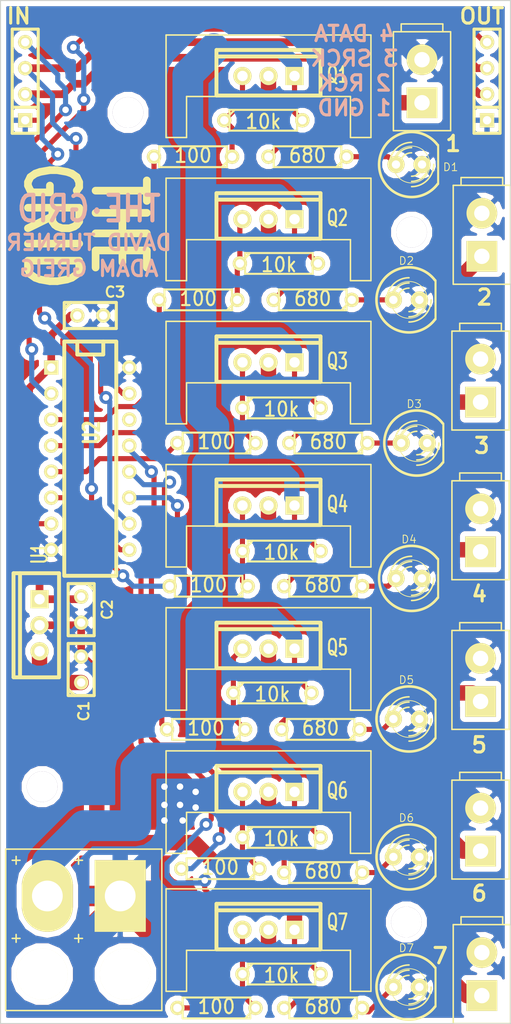
<source format=kicad_pcb>
(kicad_pcb (version 4) (host pcbnew "(2014-jan-25)-product")
  (layers (0 F.Cu signal) (31 B.Cu signal hide) (34 B.Paste user hide) (35 F.Paste user hide) (36 B.SilkS user hide) (37 F.SilkS user) (38 B.Mask user) (39 F.Mask user hide) (44 Edge.Cuts user))
  (net 0 "")
  (net 1 "Net-(D1-Pad1)")
  (net 2 GND)
  (net 3 "Net-(D2-Pad1)")
  (net 4 "Net-(D3-Pad1)")
  (net 5 "Net-(D4-Pad1)")
  (net 6 "Net-(D5-Pad1)")
  (net 7 "Net-(D6-Pad1)")
  (net 8 "Net-(D7-Pad1)")
  (net 9 "Net-(P4-Pad1)")
  (net 10 "Net-(P5-Pad1)")
  (net 11 "Net-(P7-Pad1)")
  (net 12 "Net-(P9-Pad1)")
  (net 13 "Net-(P10-Pad1)")
  (net 14 +12V)
  (net 15 "Net-(R2-Pad2)")
  (net 16 "Net-(R8-Pad2)")
  (net 17 "Net-(R14-Pad2)")
  (net 18 +5V)
  (net 19 "Net-(Q1-Pad2)")
  (net 20 "Net-(Q2-Pad2)")
  (net 21 "Net-(Q3-Pad2)")
  (net 22 "Net-(Q4-Pad2)")
  (net 23 "Net-(Q5-Pad2)")
  (net 24 "Net-(Q6-Pad2)")
  (net 25 "Net-(Q7-Pad2)")
  (net 26 "Net-(P2-Pad2)")
  (net 27 "Net-(P6-Pad1)")
  (net 28 "Net-(P8-Pad1)")
  (net 29 "Net-(R4-Pad2)")
  (net 30 "Net-(R6-Pad2)")
  (net 31 "Net-(R10-Pad2)")
  (net 32 "Net-(R12-Pad2)")
  (net 33 "Net-(P2-Pad3)")
  (net 34 "Net-(P2-Pad4)")
  (net 35 "Net-(P3-Pad4)")
  (module Sockets_DIP:DIP-16__300 (layer F.Cu) (at 130.175 63.5 270)
    (fp_text reference U2 (at -2.54 -0.127 270) (layer F.SilkS) (effects (font (size 1.524 1.143) (thickness 0.3048))))
    (fp_text value TPIC6C595 hide)
    (pad 1 thru_hole rect (at -8.89 3.81 270) (size 1.397 1.397) (drill 0.8128) (layers *.Cu *.Mask F.SilkS) (net 18 +5V))
    (pad 2 thru_hole circle (at -6.35 3.81 270) (size 1.397 1.397) (drill 0.8128) (layers *.Cu *.Mask F.SilkS) (net 34 "Net-(P2-Pad4)"))
    (pad 3 thru_hole circle (at -3.81 3.81 270) (size 1.397 1.397) (drill 0.8128) (layers *.Cu *.Mask F.SilkS) (net 15 "Net-(R2-Pad2)"))
    (pad 4 thru_hole circle (at -1.27 3.81 270) (size 1.397 1.397) (drill 0.8128) (layers *.Cu *.Mask F.SilkS) (net 29 "Net-(R4-Pad2)"))
    (pad 5 thru_hole circle (at 1.27 3.81 270) (size 1.397 1.397) (drill 0.8128) (layers *.Cu *.Mask F.SilkS) (net 30 "Net-(R6-Pad2)"))
    (pad 6 thru_hole circle (at 3.81 3.81 270) (size 1.397 1.397) (drill 0.8128) (layers *.Cu *.Mask F.SilkS) (net 16 "Net-(R8-Pad2)"))
    (pad 7 thru_hole circle (at 6.35 3.81 270) (size 1.397 1.397) (drill 0.8128) (layers *.Cu *.Mask F.SilkS) (net 18 +5V))
    (pad 8 thru_hole circle (at 8.89 3.81 270) (size 1.397 1.397) (drill 0.8128) (layers *.Cu *.Mask F.SilkS) (net 2 GND))
    (pad 9 thru_hole circle (at 8.89 -3.81 270) (size 1.397 1.397) (drill 0.8128) (layers *.Cu *.Mask F.SilkS) (net 35 "Net-(P3-Pad4)"))
    (pad 10 thru_hole circle (at 6.35 -3.81 270) (size 1.397 1.397) (drill 0.8128) (layers *.Cu *.Mask F.SilkS) (net 26 "Net-(P2-Pad2)"))
    (pad 11 thru_hole circle (at 3.81 -3.81 270) (size 1.397 1.397) (drill 0.8128) (layers *.Cu *.Mask F.SilkS) (net 17 "Net-(R14-Pad2)"))
    (pad 12 thru_hole circle (at 1.27 -3.81 270) (size 1.397 1.397) (drill 0.8128) (layers *.Cu *.Mask F.SilkS) (net 31 "Net-(R10-Pad2)"))
    (pad 13 thru_hole circle (at -1.27 -3.81 270) (size 1.397 1.397) (drill 0.8128) (layers *.Cu *.Mask F.SilkS) (net 32 "Net-(R12-Pad2)"))
    (pad 14 thru_hole circle (at -3.81 -3.81 270) (size 1.397 1.397) (drill 0.8128) (layers *.Cu *.Mask F.SilkS))
    (pad 15 thru_hole circle (at -6.35 -3.81 270) (size 1.397 1.397) (drill 0.8128) (layers *.Cu *.Mask F.SilkS) (net 33 "Net-(P2-Pad3)"))
    (pad 16 thru_hole circle (at -8.89 -3.81 270) (size 1.397 1.397) (drill 0.8128) (layers *.Cu *.Mask F.SilkS) (net 2 GND))
  )
  (module Discret:TO220_VERT (layer F.Cu) (at 125.222 79.756 180)
    (fp_text reference U1 (at 0 6.985 270) (layer F.SilkS) (effects (font (size 1.524 1.016) (thickness 0.2032))))
    (fp_text value UA7805CKCS hide)
    (pad 2 thru_hole circle (at 0 -2.54 180) (size 1.778 1.778) (drill 1.016) (layers *.Cu *.Mask F.SilkS) (net 14 +12V))
    (pad 3 thru_hole circle (at 0 0 180) (size 1.778 1.778) (drill 1.016) (layers *.Cu *.Mask F.SilkS) (net 2 GND))
    (pad 1 thru_hole rect (at 0 2.54 180) (size 1.778 1.778) (drill 1.016) (layers *.Cu *.Mask F.SilkS) (net 18 +5V))
  )
  (module LEDs:LED-5MM (layer F.Cu) (at 161.29 34.798)
    (fp_text reference D1 (at 4.064 0.254) (layer F.SilkS) (effects (font (size 0.762 0.762) (thickness 0.0889))))
    (fp_text value LED hide)
    (pad 1 thru_hole circle (at -1.27 0) (size 1.6764 1.6764) (drill 0.8128) (layers *.Cu *.Mask F.SilkS) (net 1 "Net-(D1-Pad1)"))
    (pad 2 thru_hole circle (at 1.27 0) (size 1.6764 1.6764) (drill 0.8128) (layers *.Cu *.Mask F.SilkS) (net 2 GND))
  )
  (module LEDs:LED-5MM (layer F.Cu) (at 161.036 48.006)
    (fp_text reference D2 (at 0 -3.81) (layer F.SilkS) (effects (font (size 0.762 0.762) (thickness 0.0889))))
    (fp_text value LED hide)
    (pad 1 thru_hole circle (at -1.27 0) (size 1.6764 1.6764) (drill 0.8128) (layers *.Cu *.Mask F.SilkS) (net 3 "Net-(D2-Pad1)"))
    (pad 2 thru_hole circle (at 1.27 0) (size 1.6764 1.6764) (drill 0.8128) (layers *.Cu *.Mask F.SilkS) (net 2 GND))
  )
  (module LEDs:LED-5MM (layer F.Cu) (at 161.798 61.976)
    (fp_text reference D3 (at 0 -3.81) (layer F.SilkS) (effects (font (size 0.762 0.762) (thickness 0.0889))))
    (fp_text value LED hide)
    (pad 1 thru_hole circle (at -1.27 0) (size 1.6764 1.6764) (drill 0.8128) (layers *.Cu *.Mask F.SilkS) (net 4 "Net-(D3-Pad1)"))
    (pad 2 thru_hole circle (at 1.27 0) (size 1.6764 1.6764) (drill 0.8128) (layers *.Cu *.Mask F.SilkS) (net 2 GND))
  )
  (module LEDs:LED-5MM (layer F.Cu) (at 161.29 75.184)
    (fp_text reference D4 (at 0 -3.81) (layer F.SilkS) (effects (font (size 0.762 0.762) (thickness 0.0889))))
    (fp_text value LED hide)
    (pad 1 thru_hole circle (at -1.27 0) (size 1.6764 1.6764) (drill 0.8128) (layers *.Cu *.Mask F.SilkS) (net 5 "Net-(D4-Pad1)"))
    (pad 2 thru_hole circle (at 1.27 0) (size 1.6764 1.6764) (drill 0.8128) (layers *.Cu *.Mask F.SilkS) (net 2 GND))
  )
  (module LEDs:LED-5MM (layer F.Cu) (at 161.036 88.9)
    (fp_text reference D5 (at 0 -3.81) (layer F.SilkS) (effects (font (size 0.762 0.762) (thickness 0.0889))))
    (fp_text value LED hide)
    (pad 1 thru_hole circle (at -1.27 0) (size 1.6764 1.6764) (drill 0.8128) (layers *.Cu *.Mask F.SilkS) (net 6 "Net-(D5-Pad1)"))
    (pad 2 thru_hole circle (at 1.27 0) (size 1.6764 1.6764) (drill 0.8128) (layers *.Cu *.Mask F.SilkS) (net 2 GND))
  )
  (module LEDs:LED-5MM (layer F.Cu) (at 161.036 102.362)
    (fp_text reference D6 (at 0 -3.81) (layer F.SilkS) (effects (font (size 0.762 0.762) (thickness 0.0889))))
    (fp_text value LED hide)
    (pad 1 thru_hole circle (at -1.27 0) (size 1.6764 1.6764) (drill 0.8128) (layers *.Cu *.Mask F.SilkS) (net 7 "Net-(D6-Pad1)"))
    (pad 2 thru_hole circle (at 1.27 0) (size 1.6764 1.6764) (drill 0.8128) (layers *.Cu *.Mask F.SilkS) (net 2 GND))
  )
  (module LEDs:LED-5MM (layer F.Cu) (at 161.036 115.062)
    (fp_text reference D7 (at 0 -3.81) (layer F.SilkS) (effects (font (size 0.762 0.762) (thickness 0.0889))))
    (fp_text value LED hide)
    (pad 1 thru_hole circle (at -1.27 0) (size 1.6764 1.6764) (drill 0.8128) (layers *.Cu *.Mask F.SilkS) (net 8 "Net-(D7-Pad1)"))
    (pad 2 thru_hole circle (at 1.27 0) (size 1.6764 1.6764) (drill 0.8128) (layers *.Cu *.Mask F.SilkS) (net 2 GND))
  )
  (module Discret:C1 (layer F.Cu) (at 129.286 84.074 90)
    (fp_text reference C1 (at -4.064 0.254 90) (layer F.SilkS) (effects (font (size 1.016 1.016) (thickness 0.2032))))
    (fp_text value .33u hide)
    (pad 1 thru_hole circle (at -1.27 0 90) (size 1.397 1.397) (drill 0.8128) (layers *.Cu *.Mask F.SilkS) (net 14 +12V))
    (pad 2 thru_hole circle (at 1.27 0 90) (size 1.397 1.397) (drill 0.8128) (layers *.Cu *.Mask F.SilkS) (net 2 GND))
  )
  (module Discret:C1 (layer F.Cu) (at 129.286 78.232 270)
    (fp_text reference C2 (at 0 -2.54 270) (layer F.SilkS) (effects (font (size 1.016 1.016) (thickness 0.2032))))
    (fp_text value .1u hide)
    (pad 1 thru_hole circle (at -1.27 0 270) (size 1.397 1.397) (drill 0.8128) (layers *.Cu *.Mask F.SilkS) (net 18 +5V))
    (pad 2 thru_hole circle (at 1.27 0 270) (size 1.397 1.397) (drill 0.8128) (layers *.Cu *.Mask F.SilkS) (net 2 GND))
  )
  (module Discret:C1 (layer F.Cu) (at 130.175 49.53)
    (fp_text reference C3 (at 2.413 -2.286) (layer F.SilkS) (effects (font (size 1.016 1.016) (thickness 0.2032))))
    (fp_text value 100n hide)
    (pad 1 thru_hole circle (at -1.27 0) (size 1.397 1.397) (drill 0.8128) (layers *.Cu *.Mask F.SilkS) (net 18 +5V))
    (pad 2 thru_hole circle (at 1.27 0) (size 1.397 1.397) (drill 0.8128) (layers *.Cu *.Mask F.SilkS) (net 2 GND))
  )
  (module solder_pad:SIL-2 (layer F.Cu) (at 129.54 107.188 180)
    (fp_text reference P1 hide)
    (fp_text value POWER hide)
    (fp_text user + (at 0.508 -3.048 180) (layer F.SilkS))
    (fp_text user + (at 6.604 -3.048 180) (layer F.SilkS))
    (fp_text user + (at 0.508 4.572 180) (layer F.SilkS))
    (fp_text user + (at 6.604 4.572 180) (layer F.SilkS))
    (pad 1 thru_hole rect (at -3.556 1.016 180) (size 5 7) (drill 3) (layers *.Cu *.Mask F.SilkS) (net 2 GND))
    (pad 2 thru_hole oval (at 3.556 1.016 180) (size 5 7) (drill 3) (layers *.Cu *.Mask F.SilkS) (net 14 +12V))
    (pad "" np_thru_hole circle (at -4.064 -6.604 180) (size 5 5) (drill 5) (layers *.Cu *.Mask F.SilkS))
    (pad "" np_thru_hole circle (at 4.064 -6.604 180) (size 5 5) (drill 5) (layers *.Cu *.Mask F.SilkS))
  )
  (module Connect:SIL-4 (layer F.Cu) (at 123.825 26.67 90)
    (fp_text reference P2 hide)
    (fp_text value SHIFT_IN hide)
    (pad 1 thru_hole rect (at -3.81 0 90) (size 1.397 1.397) (drill 0.8128) (layers *.Cu *.Mask F.SilkS) (net 2 GND))
    (pad 2 thru_hole circle (at -1.27 0 90) (size 1.397 1.397) (drill 0.8128) (layers *.Cu *.Mask F.SilkS) (net 26 "Net-(P2-Pad2)"))
    (pad 3 thru_hole circle (at 1.27 0 90) (size 1.397 1.397) (drill 0.8128) (layers *.Cu *.Mask F.SilkS) (net 33 "Net-(P2-Pad3)"))
    (pad 4 thru_hole circle (at 3.81 0 90) (size 1.397 1.397) (drill 0.8128) (layers *.Cu *.Mask F.SilkS) (net 34 "Net-(P2-Pad4)"))
  )
  (module Connect:SIL-4 (layer F.Cu) (at 168.91 26.67 90)
    (fp_text reference P3 hide)
    (fp_text value SHIFT_OUT hide)
    (pad 1 thru_hole rect (at -3.81 0 90) (size 1.397 1.397) (drill 0.8128) (layers *.Cu *.Mask F.SilkS) (net 2 GND))
    (pad 2 thru_hole circle (at -1.27 0 90) (size 1.397 1.397) (drill 0.8128) (layers *.Cu *.Mask F.SilkS) (net 26 "Net-(P2-Pad2)"))
    (pad 3 thru_hole circle (at 1.27 0 90) (size 1.397 1.397) (drill 0.8128) (layers *.Cu *.Mask F.SilkS) (net 33 "Net-(P2-Pad3)"))
    (pad 4 thru_hole circle (at 3.81 0 90) (size 1.397 1.397) (drill 0.8128) (layers *.Cu *.Mask F.SilkS) (net 35 "Net-(P3-Pad4)"))
  )
  (module TO220_hs:TO220_VERT (layer F.Cu) (at 147.574 26.162 90)
    (fp_text reference Q1 (at 0.127 6.731 180) (layer F.SilkS) (effects (font (size 1.524 1.016) (thickness 0.2032))))
    (fp_text value FQP7P06 hide)
    (pad 2 thru_hole circle (at 0 -2.54 90) (size 1.778 1.778) (drill 1.016) (layers *.Cu *.Mask F.SilkS) (net 19 "Net-(Q1-Pad2)"))
    (pad 3 thru_hole circle (at 0 0 90) (size 1.778 1.778) (drill 1.016) (layers *.Cu *.Mask F.SilkS) (net 9 "Net-(P4-Pad1)"))
    (pad 1 thru_hole rect (at 0 2.54 90) (size 1.778 1.778) (drill 1.016) (layers *.Cu *.Mask F.SilkS) (net 14 +12V))
  )
  (module TO220_hs:TO220_VERT (layer F.Cu) (at 147.574 40.132 90)
    (fp_text reference Q2 (at 0.127 6.731 180) (layer F.SilkS) (effects (font (size 1.524 1.016) (thickness 0.2032))))
    (fp_text value FQP7P06 hide)
    (pad 2 thru_hole circle (at 0 -2.54 90) (size 1.778 1.778) (drill 1.016) (layers *.Cu *.Mask F.SilkS) (net 20 "Net-(Q2-Pad2)"))
    (pad 3 thru_hole circle (at 0 0 90) (size 1.778 1.778) (drill 1.016) (layers *.Cu *.Mask F.SilkS) (net 10 "Net-(P5-Pad1)"))
    (pad 1 thru_hole rect (at 0 2.54 90) (size 1.778 1.778) (drill 1.016) (layers *.Cu *.Mask F.SilkS) (net 14 +12V))
  )
  (module TO220_hs:TO220_VERT (layer F.Cu) (at 147.574 54.102 90)
    (fp_text reference Q3 (at 0.127 6.731 180) (layer F.SilkS) (effects (font (size 1.524 1.016) (thickness 0.2032))))
    (fp_text value FQP7P06 hide)
    (pad 2 thru_hole circle (at 0 -2.54 90) (size 1.778 1.778) (drill 1.016) (layers *.Cu *.Mask F.SilkS) (net 21 "Net-(Q3-Pad2)"))
    (pad 3 thru_hole circle (at 0 0 90) (size 1.778 1.778) (drill 1.016) (layers *.Cu *.Mask F.SilkS) (net 27 "Net-(P6-Pad1)"))
    (pad 1 thru_hole rect (at 0 2.54 90) (size 1.778 1.778) (drill 1.016) (layers *.Cu *.Mask F.SilkS) (net 14 +12V))
  )
  (module TO220_hs:TO220_VERT (layer F.Cu) (at 147.574 68.072 90)
    (fp_text reference Q4 (at 0.127 6.731 180) (layer F.SilkS) (effects (font (size 1.524 1.016) (thickness 0.2032))))
    (fp_text value FQP7P06 hide)
    (pad 2 thru_hole circle (at 0 -2.54 90) (size 1.778 1.778) (drill 1.016) (layers *.Cu *.Mask F.SilkS) (net 22 "Net-(Q4-Pad2)"))
    (pad 3 thru_hole circle (at 0 0 90) (size 1.778 1.778) (drill 1.016) (layers *.Cu *.Mask F.SilkS) (net 11 "Net-(P7-Pad1)"))
    (pad 1 thru_hole rect (at 0 2.54 90) (size 1.778 1.778) (drill 1.016) (layers *.Cu *.Mask F.SilkS) (net 14 +12V))
  )
  (module TO220_hs:TO220_VERT (layer F.Cu) (at 147.574 82.042 90)
    (fp_text reference Q5 (at 0.127 6.731 180) (layer F.SilkS) (effects (font (size 1.524 1.016) (thickness 0.2032))))
    (fp_text value FQP7P06 hide)
    (pad 2 thru_hole circle (at 0 -2.54 90) (size 1.778 1.778) (drill 1.016) (layers *.Cu *.Mask F.SilkS) (net 23 "Net-(Q5-Pad2)"))
    (pad 3 thru_hole circle (at 0 0 90) (size 1.778 1.778) (drill 1.016) (layers *.Cu *.Mask F.SilkS) (net 28 "Net-(P8-Pad1)"))
    (pad 1 thru_hole rect (at 0 2.54 90) (size 1.778 1.778) (drill 1.016) (layers *.Cu *.Mask F.SilkS) (net 14 +12V))
  )
  (module TO220_hs:TO220_VERT (layer F.Cu) (at 147.574 96.012 90)
    (fp_text reference Q6 (at 0.127 6.731 180) (layer F.SilkS) (effects (font (size 1.524 1.016) (thickness 0.2032))))
    (fp_text value FQP7P06 hide)
    (pad 2 thru_hole circle (at 0 -2.54 90) (size 1.778 1.778) (drill 1.016) (layers *.Cu *.Mask F.SilkS) (net 24 "Net-(Q6-Pad2)"))
    (pad 3 thru_hole circle (at 0 0 90) (size 1.778 1.778) (drill 1.016) (layers *.Cu *.Mask F.SilkS) (net 12 "Net-(P9-Pad1)"))
    (pad 1 thru_hole rect (at 0 2.54 90) (size 1.778 1.778) (drill 1.016) (layers *.Cu *.Mask F.SilkS) (net 14 +12V))
  )
  (module TO220_hs:TO220_VERT (layer F.Cu) (at 147.574 109.474 90)
    (fp_text reference Q7 (at 0.762 6.731 180) (layer F.SilkS) (effects (font (size 1.524 1.016) (thickness 0.2032))))
    (fp_text value FQP7P06 hide)
    (pad 2 thru_hole circle (at 0 -2.54 90) (size 1.778 1.778) (drill 1.016) (layers *.Cu *.Mask F.SilkS) (net 25 "Net-(Q7-Pad2)"))
    (pad 3 thru_hole circle (at 0 0 90) (size 1.778 1.778) (drill 1.016) (layers *.Cu *.Mask F.SilkS) (net 13 "Net-(P10-Pad1)"))
    (pad 1 thru_hole rect (at 0 2.54 90) (size 1.778 1.778) (drill 1.016) (layers *.Cu *.Mask F.SilkS) (net 14 +12V))
  )
  (module Discret:R3 (layer F.Cu) (at 147.066 30.48)
    (fp_text reference R1 hide)
    (fp_text value 10k (at 0 0.127) (layer F.SilkS) (effects (font (size 1.397 1.27) (thickness 0.2032))))
    (pad 1 thru_hole circle (at -3.81 0) (size 1.397 1.397) (drill 0.8128) (layers *.Cu *.Mask F.SilkS) (net 19 "Net-(Q1-Pad2)"))
    (pad 2 thru_hole circle (at 3.81 0) (size 1.397 1.397) (drill 0.8128) (layers *.Cu *.Mask F.SilkS) (net 14 +12V))
  )
  (module Discret:R3 (layer F.Cu) (at 140.208 34.036 180)
    (fp_text reference R2 hide)
    (fp_text value 100 (at 0 0.127 180) (layer F.SilkS) (effects (font (size 1.397 1.27) (thickness 0.2032))))
    (pad 1 thru_hole circle (at -3.81 0 180) (size 1.397 1.397) (drill 0.8128) (layers *.Cu *.Mask F.SilkS) (net 19 "Net-(Q1-Pad2)"))
    (pad 2 thru_hole circle (at 3.81 0 180) (size 1.397 1.397) (drill 0.8128) (layers *.Cu *.Mask F.SilkS) (net 15 "Net-(R2-Pad2)"))
  )
  (module Discret:R3 (layer F.Cu) (at 148.59 44.45)
    (fp_text reference R3 hide)
    (fp_text value 10k (at 0 0.127) (layer F.SilkS) (effects (font (size 1.397 1.27) (thickness 0.2032))))
    (pad 1 thru_hole circle (at -3.81 0) (size 1.397 1.397) (drill 0.8128) (layers *.Cu *.Mask F.SilkS) (net 20 "Net-(Q2-Pad2)"))
    (pad 2 thru_hole circle (at 3.81 0) (size 1.397 1.397) (drill 0.8128) (layers *.Cu *.Mask F.SilkS) (net 14 +12V))
  )
  (module Discret:R3 (layer F.Cu) (at 140.716 48.006 180)
    (fp_text reference R4 hide)
    (fp_text value 100 (at 0 0.127 180) (layer F.SilkS) (effects (font (size 1.397 1.27) (thickness 0.2032))))
    (pad 1 thru_hole circle (at -3.81 0 180) (size 1.397 1.397) (drill 0.8128) (layers *.Cu *.Mask F.SilkS) (net 20 "Net-(Q2-Pad2)"))
    (pad 2 thru_hole circle (at 3.81 0 180) (size 1.397 1.397) (drill 0.8128) (layers *.Cu *.Mask F.SilkS) (net 29 "Net-(R4-Pad2)"))
  )
  (module Discret:R3 (layer F.Cu) (at 148.844 58.547)
    (fp_text reference R5 hide)
    (fp_text value 10k (at 0 0.127) (layer F.SilkS) (effects (font (size 1.397 1.27) (thickness 0.2032))))
    (pad 1 thru_hole circle (at -3.81 0) (size 1.397 1.397) (drill 0.8128) (layers *.Cu *.Mask F.SilkS) (net 21 "Net-(Q3-Pad2)"))
    (pad 2 thru_hole circle (at 3.81 0) (size 1.397 1.397) (drill 0.8128) (layers *.Cu *.Mask F.SilkS) (net 14 +12V))
  )
  (module Discret:R3 (layer F.Cu) (at 142.494 61.976 180)
    (fp_text reference R6 hide)
    (fp_text value 100 (at 0 0.127 180) (layer F.SilkS) (effects (font (size 1.397 1.27) (thickness 0.2032))))
    (pad 1 thru_hole circle (at -3.81 0 180) (size 1.397 1.397) (drill 0.8128) (layers *.Cu *.Mask F.SilkS) (net 21 "Net-(Q3-Pad2)"))
    (pad 2 thru_hole circle (at 3.81 0 180) (size 1.397 1.397) (drill 0.8128) (layers *.Cu *.Mask F.SilkS) (net 30 "Net-(R6-Pad2)"))
  )
  (module Discret:R3 (layer F.Cu) (at 148.844 72.517)
    (fp_text reference R7 hide)
    (fp_text value 10k (at 0 0.127) (layer F.SilkS) (effects (font (size 1.397 1.27) (thickness 0.2032))))
    (pad 1 thru_hole circle (at -3.81 0) (size 1.397 1.397) (drill 0.8128) (layers *.Cu *.Mask F.SilkS) (net 22 "Net-(Q4-Pad2)"))
    (pad 2 thru_hole circle (at 3.81 0) (size 1.397 1.397) (drill 0.8128) (layers *.Cu *.Mask F.SilkS) (net 14 +12V))
  )
  (module Discret:R3 (layer F.Cu) (at 141.732 75.946 180)
    (fp_text reference R8 hide)
    (fp_text value 100 (at 0 0.127 180) (layer F.SilkS) (effects (font (size 1.397 1.27) (thickness 0.2032))))
    (pad 1 thru_hole circle (at -3.81 0 180) (size 1.397 1.397) (drill 0.8128) (layers *.Cu *.Mask F.SilkS) (net 22 "Net-(Q4-Pad2)"))
    (pad 2 thru_hole circle (at 3.81 0 180) (size 1.397 1.397) (drill 0.8128) (layers *.Cu *.Mask F.SilkS) (net 16 "Net-(R8-Pad2)"))
  )
  (module Discret:R3 (layer F.Cu) (at 148.844 100.457)
    (fp_text reference R9 hide)
    (fp_text value 10k (at 0 0.127) (layer F.SilkS) (effects (font (size 1.397 1.27) (thickness 0.2032))))
    (pad 1 thru_hole circle (at -3.81 0) (size 1.397 1.397) (drill 0.8128) (layers *.Cu *.Mask F.SilkS) (net 24 "Net-(Q6-Pad2)"))
    (pad 2 thru_hole circle (at 3.81 0) (size 1.397 1.397) (drill 0.8128) (layers *.Cu *.Mask F.SilkS) (net 14 +12V))
  )
  (module Discret:R3 (layer F.Cu) (at 142.875 103.505 180)
    (fp_text reference R10 hide)
    (fp_text value 100 (at 0 0.127 180) (layer F.SilkS) (effects (font (size 1.397 1.27) (thickness 0.2032))))
    (pad 1 thru_hole circle (at -3.81 0 180) (size 1.397 1.397) (drill 0.8128) (layers *.Cu *.Mask F.SilkS) (net 24 "Net-(Q6-Pad2)"))
    (pad 2 thru_hole circle (at 3.81 0 180) (size 1.397 1.397) (drill 0.8128) (layers *.Cu *.Mask F.SilkS) (net 31 "Net-(R10-Pad2)"))
  )
  (module Discret:R3 (layer F.Cu) (at 148.844 113.792)
    (fp_text reference R11 hide)
    (fp_text value 10k (at 0 0.127) (layer F.SilkS) (effects (font (size 1.397 1.27) (thickness 0.2032))))
    (pad 1 thru_hole circle (at -3.81 0) (size 1.397 1.397) (drill 0.8128) (layers *.Cu *.Mask F.SilkS) (net 25 "Net-(Q7-Pad2)"))
    (pad 2 thru_hole circle (at 3.81 0) (size 1.397 1.397) (drill 0.8128) (layers *.Cu *.Mask F.SilkS) (net 14 +12V))
  )
  (module Discret:R3 (layer F.Cu) (at 142.494 117.094 180)
    (fp_text reference R12 hide)
    (fp_text value 100 (at 0 0.127 180) (layer F.SilkS) (effects (font (size 1.397 1.27) (thickness 0.2032))))
    (pad 1 thru_hole circle (at -3.81 0 180) (size 1.397 1.397) (drill 0.8128) (layers *.Cu *.Mask F.SilkS) (net 25 "Net-(Q7-Pad2)"))
    (pad 2 thru_hole circle (at 3.81 0 180) (size 1.397 1.397) (drill 0.8128) (layers *.Cu *.Mask F.SilkS) (net 32 "Net-(R12-Pad2)"))
  )
  (module Discret:R3 (layer F.Cu) (at 147.955 86.36)
    (fp_text reference R13 hide)
    (fp_text value 10k (at 0 0.127) (layer F.SilkS) (effects (font (size 1.397 1.27) (thickness 0.2032))))
    (pad 1 thru_hole circle (at -3.81 0) (size 1.397 1.397) (drill 0.8128) (layers *.Cu *.Mask F.SilkS) (net 23 "Net-(Q5-Pad2)"))
    (pad 2 thru_hole circle (at 3.81 0) (size 1.397 1.397) (drill 0.8128) (layers *.Cu *.Mask F.SilkS) (net 14 +12V))
  )
  (module Discret:R3 (layer F.Cu) (at 141.478 89.916 180)
    (fp_text reference R14 hide)
    (fp_text value 100 (at 0 0.127 180) (layer F.SilkS) (effects (font (size 1.397 1.27) (thickness 0.2032))))
    (pad 1 thru_hole circle (at -3.81 0 180) (size 1.397 1.397) (drill 0.8128) (layers *.Cu *.Mask F.SilkS) (net 23 "Net-(Q5-Pad2)"))
    (pad 2 thru_hole circle (at 3.81 0 180) (size 1.397 1.397) (drill 0.8128) (layers *.Cu *.Mask F.SilkS) (net 17 "Net-(R14-Pad2)"))
  )
  (module Discret:R3 (layer F.Cu) (at 151.384 34.036 180)
    (fp_text reference R15 hide)
    (fp_text value 680 (at 0 0.127 180) (layer F.SilkS) (effects (font (size 1.397 1.27) (thickness 0.2032))))
    (pad 1 thru_hole circle (at -3.81 0 180) (size 1.397 1.397) (drill 0.8128) (layers *.Cu *.Mask F.SilkS) (net 1 "Net-(D1-Pad1)"))
    (pad 2 thru_hole circle (at 3.81 0 180) (size 1.397 1.397) (drill 0.8128) (layers *.Cu *.Mask F.SilkS) (net 9 "Net-(P4-Pad1)"))
  )
  (module Discret:R3 (layer F.Cu) (at 151.892 48.006 180)
    (fp_text reference R16 hide)
    (fp_text value 680 (at 0 0.127 180) (layer F.SilkS) (effects (font (size 1.397 1.27) (thickness 0.2032))))
    (pad 1 thru_hole circle (at -3.81 0 180) (size 1.397 1.397) (drill 0.8128) (layers *.Cu *.Mask F.SilkS) (net 3 "Net-(D2-Pad1)"))
    (pad 2 thru_hole circle (at 3.81 0 180) (size 1.397 1.397) (drill 0.8128) (layers *.Cu *.Mask F.SilkS) (net 10 "Net-(P5-Pad1)"))
  )
  (module Discret:R3 (layer F.Cu) (at 153.416 61.976 180)
    (fp_text reference R17 hide)
    (fp_text value 680 (at 0 0.127 180) (layer F.SilkS) (effects (font (size 1.397 1.27) (thickness 0.2032))))
    (pad 1 thru_hole circle (at -3.81 0 180) (size 1.397 1.397) (drill 0.8128) (layers *.Cu *.Mask F.SilkS) (net 4 "Net-(D3-Pad1)"))
    (pad 2 thru_hole circle (at 3.81 0 180) (size 1.397 1.397) (drill 0.8128) (layers *.Cu *.Mask F.SilkS) (net 27 "Net-(P6-Pad1)"))
  )
  (module Discret:R3 (layer F.Cu) (at 152.908 75.946 180)
    (fp_text reference R18 hide)
    (fp_text value 680 (at 0 0.127 180) (layer F.SilkS) (effects (font (size 1.397 1.27) (thickness 0.2032))))
    (pad 1 thru_hole circle (at -3.81 0 180) (size 1.397 1.397) (drill 0.8128) (layers *.Cu *.Mask F.SilkS) (net 5 "Net-(D4-Pad1)"))
    (pad 2 thru_hole circle (at 3.81 0 180) (size 1.397 1.397) (drill 0.8128) (layers *.Cu *.Mask F.SilkS) (net 11 "Net-(P7-Pad1)"))
  )
  (module Discret:R3 (layer F.Cu) (at 152.654 89.916 180)
    (fp_text reference R19 hide)
    (fp_text value 680 (at 0 0.127 180) (layer F.SilkS) (effects (font (size 1.397 1.27) (thickness 0.2032))))
    (pad 1 thru_hole circle (at -3.81 0 180) (size 1.397 1.397) (drill 0.8128) (layers *.Cu *.Mask F.SilkS) (net 6 "Net-(D5-Pad1)"))
    (pad 2 thru_hole circle (at 3.81 0 180) (size 1.397 1.397) (drill 0.8128) (layers *.Cu *.Mask F.SilkS) (net 28 "Net-(P8-Pad1)"))
  )
  (module Discret:R3 (layer F.Cu) (at 152.908 103.886 180)
    (fp_text reference R20 hide)
    (fp_text value 680 (at 0 0.127 180) (layer F.SilkS) (effects (font (size 1.397 1.27) (thickness 0.2032))))
    (pad 1 thru_hole circle (at -3.81 0 180) (size 1.397 1.397) (drill 0.8128) (layers *.Cu *.Mask F.SilkS) (net 7 "Net-(D6-Pad1)"))
    (pad 2 thru_hole circle (at 3.81 0 180) (size 1.397 1.397) (drill 0.8128) (layers *.Cu *.Mask F.SilkS) (net 12 "Net-(P9-Pad1)"))
  )
  (module Discret:R3 (layer F.Cu) (at 152.908 117.094 180)
    (fp_text reference R21 hide)
    (fp_text value 680 (at 0 0.127 180) (layer F.SilkS) (effects (font (size 1.397 1.27) (thickness 0.2032))))
    (pad 1 thru_hole circle (at -3.81 0 180) (size 1.397 1.397) (drill 0.8128) (layers *.Cu *.Mask F.SilkS) (net 8 "Net-(D7-Pad1)"))
    (pad 2 thru_hole circle (at 3.81 0 180) (size 1.397 1.397) (drill 0.8128) (layers *.Cu *.Mask F.SilkS) (net 13 "Net-(P10-Pad1)"))
  )
  (module minipower:SIL-2 (layer F.Cu) (at 162.56 26.67 90)
    (fp_text reference P4 hide)
    (fp_text value CONN_2 hide)
    (pad 1 thru_hole rect (at -2.1 0 90) (size 3 3) (drill 1.5) (layers *.Cu *.Mask F.SilkS) (net 9 "Net-(P4-Pad1)"))
    (pad 2 thru_hole circle (at 2.1 0 90) (size 3 3) (drill 1.5) (layers *.Cu *.Mask F.SilkS) (net 2 GND))
  )
  (module minipower:SIL-2 (layer F.Cu) (at 168.402 41.656 90)
    (fp_text reference P5 hide)
    (fp_text value CONN_2 hide)
    (pad 1 thru_hole rect (at -2.1 0 90) (size 3 3) (drill 1.5) (layers *.Cu *.Mask F.SilkS) (net 10 "Net-(P5-Pad1)"))
    (pad 2 thru_hole circle (at 2.1 0 90) (size 3 3) (drill 1.5) (layers *.Cu *.Mask F.SilkS) (net 2 GND))
  )
  (module minipower:SIL-2 (layer F.Cu) (at 168.275 55.88 90)
    (fp_text reference P6 hide)
    (fp_text value CONN_2 hide)
    (pad 1 thru_hole rect (at -2.1 0 90) (size 3 3) (drill 1.5) (layers *.Cu *.Mask F.SilkS) (net 27 "Net-(P6-Pad1)"))
    (pad 2 thru_hole circle (at 2.1 0 90) (size 3 3) (drill 1.5) (layers *.Cu *.Mask F.SilkS) (net 2 GND))
  )
  (module minipower:SIL-2 (layer F.Cu) (at 168.275 70.485 90)
    (fp_text reference P7 hide)
    (fp_text value CONN_2 hide)
    (pad 1 thru_hole rect (at -2.1 0 90) (size 3 3) (drill 1.5) (layers *.Cu *.Mask F.SilkS) (net 11 "Net-(P7-Pad1)"))
    (pad 2 thru_hole circle (at 2.1 0 90) (size 3 3) (drill 1.5) (layers *.Cu *.Mask F.SilkS) (net 2 GND))
  )
  (module minipower:SIL-2 (layer F.Cu) (at 168.275 85.09 90)
    (fp_text reference P8 hide)
    (fp_text value CONN_2 hide)
    (pad 1 thru_hole rect (at -2.1 0 90) (size 3 3) (drill 1.5) (layers *.Cu *.Mask F.SilkS) (net 28 "Net-(P8-Pad1)"))
    (pad 2 thru_hole circle (at 2.1 0 90) (size 3 3) (drill 1.5) (layers *.Cu *.Mask F.SilkS) (net 2 GND))
  )
  (module minipower:SIL-2 (layer F.Cu) (at 168.275 99.695 90)
    (fp_text reference P9 hide)
    (fp_text value CONN_2 hide)
    (pad 1 thru_hole rect (at -2.1 0 90) (size 3 3) (drill 1.5) (layers *.Cu *.Mask F.SilkS) (net 12 "Net-(P9-Pad1)"))
    (pad 2 thru_hole circle (at 2.1 0 90) (size 3 3) (drill 1.5) (layers *.Cu *.Mask F.SilkS) (net 2 GND))
  )
  (module minipower:SIL-2 (layer F.Cu) (at 168.402 113.792 90)
    (fp_text reference P10 hide)
    (fp_text value CONN_2 hide)
    (pad 1 thru_hole rect (at -2.1 0 90) (size 3 3) (drill 1.5) (layers *.Cu *.Mask F.SilkS) (net 13 "Net-(P10-Pad1)"))
    (pad 2 thru_hole circle (at 2.1 0 90) (size 3 3) (drill 1.5) (layers *.Cu *.Mask F.SilkS) (net 2 GND))
  )
  (module Mounting_Holes:MountingHole_3mm (layer F.Cu) (at 133.858 29.718)
    (fp_text reference MH hide)
    (fp_text value MountingHole_3mm_RevA_Date21Jun2010 hide)
    (pad 1 thru_hole circle (at 0 0) (size 2.99974 2.99974) (drill 2.99974) (layers))
  )
  (module Mounting_Holes:MountingHole_3mm (layer F.Cu) (at 125.476 95.504)
    (fp_text reference MH hide)
    (fp_text value MountingHole_3mm_RevA_Date21Jun2010 hide)
    (pad 1 thru_hole circle (at 0 0) (size 2.99974 2.99974) (drill 2.99974) (layers))
  )
  (module Mounting_Holes:MountingHole_3mm (layer F.Cu) (at 161.036 108.712)
    (fp_text reference MH hide)
    (fp_text value MountingHole_3mm_RevA_Date21Jun2010 hide)
    (pad 1 thru_hole circle (at 0 0) (size 2.99974 2.99974) (drill 2.99974) (layers))
  )
  (module Mounting_Holes:MountingHole_3mm (layer F.Cu) (at 161.544 41.402)
    (fp_text reference MH hide)
    (fp_text value MountingHole_3mm_RevA_Date21Jun2010 hide)
    (pad 1 thru_hole circle (at 0 0) (size 2.99974 2.99974) (drill 2.99974) (layers))
  )
  (gr_text GRID (at 126.365 40.767 270) (layer F.SilkS) (effects (font (size 5 3.5) (thickness 0.75))))
  (gr_line (start 121.412 118.618) (end 171.196 118.618) (angle 90) (layer Edge.Cuts) (width 0.1))
  (gr_line (start 121.412 118.618) (end 121.412 18.796) (angle 90) (layer Edge.Cuts) (width 0.1))
  (gr_line (start 171.196 18.796) (end 121.412 18.796) (angle 90) (layer Edge.Cuts) (width 0.1))
  (gr_line (start 171.196 118.618) (end 171.196 18.796) (angle 90) (layer Edge.Cuts) (width 0.1))
  (gr_text 7 (at 164.338 112.014) (layer F.SilkS) (effects (font (size 1.5 1.5) (thickness 0.3))))
  (gr_text 6 (at 168.148 105.918) (layer F.SilkS) (effects (font (size 1.5 1.5) (thickness 0.3))))
  (gr_text 5 (at 168.148 91.44) (layer F.SilkS) (effects (font (size 1.5 1.5) (thickness 0.3))))
  (gr_text 4 (at 168.148 76.708) (layer F.SilkS) (effects (font (size 1.5 1.5) (thickness 0.3))))
  (gr_text 3 (at 168.402 62.23) (layer F.SilkS) (effects (font (size 1.5 1.5) (thickness 0.3))))
  (gr_text 1 (at 165.608 32.766) (layer F.SilkS) (effects (font (size 1.5 1.5) (thickness 0.3))))
  (gr_text 2 (at 168.656 47.752) (layer F.SilkS) (effects (font (size 1.5 1.5) (thickness 0.3))))
  (gr_text "ADAM GREIG" (at 130.048 44.958) (layer B.SilkS) (effects (font (size 1.5 1.5) (thickness 0.3)) (justify mirror)))
  (gr_text "DAVID TURNER" (at 130.048 42.418) (layer B.SilkS) (effects (font (size 1.5 1.5) (thickness 0.3)) (justify mirror)))
  (gr_text THE·GRID (at 130.048 39.116) (layer B.SilkS) (effects (font (size 2.5 2) (thickness 0.4)) (justify mirror)))
  (gr_text "4 DATA\n3 SRCK\n2 RCK\n1 GND" (at 155.956 25.654) (layer B.SilkS) (effects (font (size 1.5 1.5) (thickness 0.3)) (justify mirror)))
  (gr_text OUT (at 168.402 20.32) (layer F.SilkS) (effects (font (size 1.5 1.5) (thickness 0.3))))
  (gr_text IN (at 123.19 20.32) (layer F.SilkS) (effects (font (size 1.5 1.5) (thickness 0.3))))
  (gr_text THE (at 132.969 40.767 270) (layer F.SilkS) (effects (font (size 5 3.5) (thickness 0.75))))
  (segment (start 158.496 34.036) (end 159.258 34.036) (width 0.5) (layer F.Cu) (net 1))
  (segment (start 155.194 34.036) (end 158.496 34.036) (width 0.5) (layer F.Cu) (net 1))
  (segment (start 159.258 34.036) (end 160.02 34.798) (width 0.5) (layer F.Cu) (net 1))
  (segment (start 129.286 79.502) (end 129.286 82.804) (width 0.75) (layer F.Cu) (net 2))
  (segment (start 125.222 79.756) (end 129.032 79.756) (width 0.75) (layer F.Cu) (net 2))
  (segment (start 129.032 79.756) (end 129.286 79.502) (width 0.75) (layer F.Cu) (net 2))
  (segment (start 129.286 82.804) (end 129.794 82.804) (width 0.254) (layer F.Cu) (net 2))
  (segment (start 135.636 106.172) (end 138.811 109.347) (width 3) (layer B.Cu) (net 2))
  (segment (start 133.096 106.172) (end 135.636 106.172) (width 3) (layer B.Cu) (net 2))
  (segment (start 133.096 107.315) (end 129.54 110.871) (width 3) (layer B.Cu) (net 2))
  (segment (start 133.096 106.172) (end 133.096 107.315) (width 3) (layer B.Cu) (net 2))
  (segment (start 133.096 105.029) (end 133.096 106.172) (width 1.5) (layer B.Cu) (net 2))
  (segment (start 139.192 98.933) (end 133.096 105.029) (width 1.5) (layer B.Cu) (net 2))
  (segment (start 137.414 95.504) (end 138.938 95.504) (width 0.254) (layer B.Cu) (net 2))
  (via (at 138.938 95.504) (size 0.889) (layers F.Cu B.Cu) (net 2))
  (segment (start 138.938 95.504) (end 139.192 95.758) (width 0.254) (layer F.Cu) (net 2))
  (segment (start 139.192 95.758) (end 140.462 96.012) (width 0.254) (layer F.Cu) (net 2))
  (via (at 140.462 96.012) (size 0.889) (layers F.Cu B.Cu) (net 2))
  (segment (start 140.462 96.012) (end 140.462 97.536) (width 0.254) (layer B.Cu) (net 2))
  (via (at 140.462 97.536) (size 0.889) (layers F.Cu B.Cu) (net 2))
  (segment (start 140.462 97.536) (end 140.208 97.282) (width 0.254) (layer F.Cu) (net 2))
  (segment (start 140.208 97.282) (end 138.938 97.282) (width 0.254) (layer F.Cu) (net 2))
  (via (at 138.938 97.282) (size 0.889) (layers F.Cu B.Cu) (net 2))
  (segment (start 138.938 97.282) (end 137.414 97.282) (width 0.254) (layer B.Cu) (net 2))
  (via (at 137.414 97.282) (size 0.889) (layers F.Cu B.Cu) (net 2))
  (segment (start 137.414 97.282) (end 137.414 98.806) (width 0.254) (layer F.Cu) (net 2))
  (via (at 137.414 98.806) (size 0.889) (layers F.Cu B.Cu) (net 2))
  (segment (start 137.414 98.806) (end 139.192 98.806) (width 0.254) (layer B.Cu) (net 2))
  (via (at 139.192 98.806) (size 0.889) (layers F.Cu B.Cu) (net 2))
  (segment (start 129.794 82.804) (end 134.112 87.122) (width 0.254) (layer F.Cu) (net 2))
  (segment (start 134.112 87.122) (end 134.112 92.202) (width 0.254) (layer F.Cu) (net 2))
  (segment (start 134.112 92.202) (end 137.414 95.504) (width 0.254) (layer F.Cu) (net 2))
  (via (at 137.414 95.504) (size 0.889) (layers F.Cu B.Cu) (net 2))
  (segment (start 139.192 98.806) (end 139.192 98.933) (width 1.5) (layer B.Cu) (net 2))
  (segment (start 129.794 106.172) (end 133.096 106.172) (width 1.5) (layer B.Cu) (net 2))
  (segment (start 133.096 102.235) (end 133.096 106.172) (width 1.5) (layer B.Cu) (net 2))
  (segment (start 136.779 106.172) (end 138.43 107.823) (width 3) (layer F.Cu) (net 2))
  (segment (start 133.096 106.172) (end 136.779 106.172) (width 3) (layer F.Cu) (net 2))
  (segment (start 133.096 107.188) (end 129.54 110.744) (width 3) (layer F.Cu) (net 2))
  (segment (start 133.096 106.172) (end 133.096 107.188) (width 3) (layer F.Cu) (net 2))
  (segment (start 133.096 106.172) (end 138.303 111.379) (width 3) (layer F.Cu) (net 2))
  (segment (start 130.175 106.172) (end 133.096 106.172) (width 2) (layer F.Cu) (net 2))
  (segment (start 168.334 111.692) (end 165.989 109.347) (width 2) (layer B.Cu) (net 2))
  (segment (start 168.402 111.692) (end 168.334 111.692) (width 2) (layer B.Cu) (net 2))
  (segment (start 168.275 97.536) (end 165.862 95.123) (width 2) (layer B.Cu) (net 2))
  (segment (start 168.275 97.595) (end 168.275 97.536) (width 2) (layer B.Cu) (net 2))
  (segment (start 168.275 82.931) (end 165.989 80.645) (width 2) (layer B.Cu) (net 2))
  (segment (start 168.275 82.99) (end 168.275 82.931) (width 2) (layer B.Cu) (net 2))
  (segment (start 168.275 68.326) (end 165.989 66.04) (width 2) (layer B.Cu) (net 2))
  (segment (start 168.275 68.385) (end 168.275 68.326) (width 2) (layer B.Cu) (net 2))
  (segment (start 168.275 53.721) (end 166.116 51.562) (width 2) (layer B.Cu) (net 2))
  (segment (start 168.275 53.78) (end 168.275 53.721) (width 2) (layer B.Cu) (net 2))
  (segment (start 168.402 39.497) (end 165.989 37.084) (width 2) (layer B.Cu) (net 2))
  (segment (start 168.402 39.556) (end 168.402 39.497) (width 2) (layer B.Cu) (net 2))
  (segment (start 162.492 24.57) (end 160.147 22.225) (width 2) (layer B.Cu) (net 2))
  (segment (start 162.56 24.57) (end 162.492 24.57) (width 2) (layer B.Cu) (net 2))
  (segment (start 162.755 24.57) (end 164.846 22.479) (width 2) (layer B.Cu) (net 2))
  (segment (start 162.56 24.57) (end 162.755 24.57) (width 2) (layer B.Cu) (net 2))
  (segment (start 167.073 39.556) (end 165.862 40.767) (width 2) (layer B.Cu) (net 2))
  (segment (start 168.402 39.556) (end 167.073 39.556) (width 2) (layer B.Cu) (net 2))
  (segment (start 166.692 53.78) (end 165.989 54.483) (width 2) (layer B.Cu) (net 2))
  (segment (start 168.275 53.78) (end 166.692 53.78) (width 2) (layer B.Cu) (net 2))
  (segment (start 166.692 68.385) (end 165.862 69.215) (width 2) (layer B.Cu) (net 2))
  (segment (start 168.275 68.385) (end 166.692 68.385) (width 2) (layer B.Cu) (net 2))
  (segment (start 166.819 82.99) (end 166.116 83.693) (width 2) (layer B.Cu) (net 2))
  (segment (start 168.275 82.99) (end 166.819 82.99) (width 2) (layer B.Cu) (net 2))
  (segment (start 166.819 97.595) (end 165.989 98.425) (width 2) (layer B.Cu) (net 2))
  (segment (start 168.275 97.595) (end 166.819 97.595) (width 2) (layer B.Cu) (net 2))
  (segment (start 167.073 111.692) (end 166.116 112.649) (width 2) (layer B.Cu) (net 2))
  (segment (start 168.402 111.692) (end 167.073 111.692) (width 2) (layer B.Cu) (net 2))
  (segment (start 155.702 48.006) (end 159.766 48.006) (width 0.5) (layer F.Cu) (net 3))
  (segment (start 157.226 61.976) (end 160.528 61.976) (width 0.5) (layer F.Cu) (net 4))
  (segment (start 159.258 75.946) (end 160.02 75.184) (width 0.5) (layer F.Cu) (net 5))
  (segment (start 156.718 75.946) (end 159.258 75.946) (width 0.5) (layer F.Cu) (net 5))
  (segment (start 158.75 89.916) (end 159.766 88.9) (width 0.5) (layer F.Cu) (net 6))
  (segment (start 156.464 89.916) (end 158.75 89.916) (width 0.5) (layer F.Cu) (net 6))
  (segment (start 158.242 103.886) (end 159.766 102.362) (width 0.5) (layer F.Cu) (net 7))
  (segment (start 156.718 103.886) (end 158.242 103.886) (width 0.5) (layer F.Cu) (net 7))
  (segment (start 157.353 117.475) (end 159.766 115.062) (width 0.5) (layer F.Cu) (net 8))
  (segment (start 156.845 117.475) (end 157.353 117.475) (width 0.5) (layer F.Cu) (net 8))
  (segment (start 149.098 32.258) (end 149.86 33.02) (width 1.5) (layer F.Cu) (net 9))
  (segment (start 148.59 31.75) (end 149.098 32.258) (width 1.5) (layer F.Cu) (net 9))
  (segment (start 147.574 30.734) (end 148.59 31.75) (width 1.5) (layer F.Cu) (net 9))
  (segment (start 149.86 33.02) (end 152.4 33.02) (width 1.5) (layer F.Cu) (net 9))
  (segment (start 152.4 33.02) (end 156.65 28.77) (width 1.5) (layer F.Cu) (net 9))
  (segment (start 156.65 28.77) (end 162.56 28.77) (width 1.5) (layer F.Cu) (net 9))
  (segment (start 147.574 26.162) (end 147.574 30.734) (width 1.5) (layer F.Cu) (net 9))
  (segment (start 149.225 32.385) (end 149.225 32.639) (width 0.5) (layer F.Cu) (net 9))
  (segment (start 149.225 32.639) (end 149.098 32.766) (width 0.5) (layer F.Cu) (net 9))
  (segment (start 149.098 32.766) (end 149.098 32.258) (width 0.5) (layer F.Cu) (net 9))
  (segment (start 147.574 34.036) (end 149.225 32.385) (width 0.5) (layer F.Cu) (net 9))
  (segment (start 153.67 46.99) (end 153.924 46.99) (width 1.5) (layer F.Cu) (net 10))
  (segment (start 151.13 46.99) (end 153.67 46.99) (width 1.5) (layer F.Cu) (net 10))
  (segment (start 149.86 45.72) (end 150.1775 46.0375) (width 1.5) (layer F.Cu) (net 10))
  (segment (start 150.1775 46.0375) (end 151.13 46.99) (width 1.5) (layer F.Cu) (net 10))
  (segment (start 166.438 45.72) (end 168.402 43.756) (width 1.5) (layer F.Cu) (net 10))
  (segment (start 155.194 45.72) (end 166.438 45.72) (width 1.5) (layer F.Cu) (net 10))
  (segment (start 153.924 46.99) (end 155.194 45.72) (width 1.5) (layer F.Cu) (net 10))
  (segment (start 147.574 43.434) (end 149.86 45.72) (width 1.5) (layer F.Cu) (net 10))
  (segment (start 147.574 40.132) (end 147.574 43.434) (width 1.5) (layer F.Cu) (net 10))
  (segment (start 150.114 45.974) (end 149.86 46.228) (width 0.5) (layer F.Cu) (net 10))
  (segment (start 149.86 46.228) (end 149.86 45.72) (width 0.5) (layer F.Cu) (net 10))
  (segment (start 148.082 48.006) (end 150.114 45.974) (width 0.5) (layer F.Cu) (net 10))
  (segment (start 168.08 72.39) (end 168.275 72.585) (width 1.5) (layer F.Cu) (net 11))
  (segment (start 151.13 74.295) (end 151.765 74.93) (width 1.5) (layer F.Cu) (net 11))
  (segment (start 150.622 73.787) (end 151.13 74.295) (width 1.5) (layer F.Cu) (net 11))
  (segment (start 147.574 70.739) (end 150.622 73.787) (width 1.5) (layer F.Cu) (net 11))
  (segment (start 151.765 74.93) (end 154.305 74.93) (width 1.5) (layer F.Cu) (net 11))
  (segment (start 154.305 74.93) (end 156.845 72.39) (width 1.5) (layer F.Cu) (net 11))
  (segment (start 156.845 72.39) (end 168.08 72.39) (width 1.5) (layer F.Cu) (net 11))
  (segment (start 147.574 68.072) (end 147.574 70.739) (width 1.5) (layer F.Cu) (net 11))
  (segment (start 150.9395 74.1045) (end 150.6855 74.1045) (width 0.5) (layer F.Cu) (net 11))
  (segment (start 150.6855 74.1045) (end 150.622 74.168) (width 0.5) (layer F.Cu) (net 11))
  (segment (start 150.622 74.168) (end 150.622 73.787) (width 0.5) (layer F.Cu) (net 11))
  (segment (start 149.098 75.946) (end 150.9395 74.1045) (width 0.5) (layer F.Cu) (net 11))
  (segment (start 149.86 100.965) (end 151.765 102.87) (width 1.5) (layer F.Cu) (net 12))
  (segment (start 147.574 98.679) (end 149.86 100.965) (width 1.5) (layer F.Cu) (net 12))
  (segment (start 151.765 102.87) (end 154.305 102.87) (width 1.5) (layer F.Cu) (net 12))
  (segment (start 154.305 102.87) (end 157.48 99.695) (width 1.5) (layer F.Cu) (net 12))
  (segment (start 157.48 99.695) (end 164.465 99.695) (width 1.5) (layer F.Cu) (net 12))
  (segment (start 164.465 99.695) (end 166.565 101.795) (width 1.5) (layer F.Cu) (net 12))
  (segment (start 166.565 101.795) (end 168.275 101.795) (width 1.5) (layer F.Cu) (net 12))
  (segment (start 147.574 96.012) (end 147.574 98.679) (width 1.5) (layer F.Cu) (net 12))
  (segment (start 149.098 101.727) (end 149.86 100.965) (width 0.5) (layer F.Cu) (net 12))
  (segment (start 149.098 103.886) (end 149.098 101.727) (width 0.5) (layer F.Cu) (net 12))
  (segment (start 163.195 112.395) (end 163.449 112.395) (width 1.5) (layer F.Cu) (net 13))
  (segment (start 150.8125 115.8875) (end 151.765 116.84) (width 1.5) (layer F.Cu) (net 13))
  (segment (start 151.765 116.84) (end 153.67 116.84) (width 1.5) (layer F.Cu) (net 13))
  (segment (start 153.67 116.84) (end 158.115 112.395) (width 1.5) (layer F.Cu) (net 13))
  (segment (start 158.115 112.395) (end 163.195 112.395) (width 1.5) (layer F.Cu) (net 13))
  (segment (start 163.449 112.395) (end 166.946 115.892) (width 1.5) (layer F.Cu) (net 13))
  (segment (start 166.946 115.892) (end 168.402 115.892) (width 1.5) (layer F.Cu) (net 13))
  (segment (start 149.098 117.094) (end 149.606 117.094) (width 0.5) (layer F.Cu) (net 13))
  (segment (start 149.606 117.094) (end 150.8125 115.8875) (width 0.5) (layer F.Cu) (net 13))
  (segment (start 167.835 116.4) (end 168.275 116.4) (width 1.5) (layer F.Cu) (net 13))
  (segment (start 150.368 115.443) (end 150.8125 115.8875) (width 1.5) (layer F.Cu) (net 13))
  (segment (start 147.574 112.649) (end 150.368 115.443) (width 1.5) (layer F.Cu) (net 13))
  (segment (start 147.574 109.982) (end 147.574 112.649) (width 1.5) (layer F.Cu) (net 13))
  (segment (start 150.368 116.332) (end 150.368 115.443) (width 0.5) (layer F.Cu) (net 13))
  (segment (start 150.8125 115.8875) (end 150.368 116.332) (width 0.5) (layer F.Cu) (net 13))
  (segment (start 134.62 99.314) (end 129.54 99.314) (width 3) (layer B.Cu) (net 14))
  (segment (start 134.62 99.314) (end 134.62 93.726) (width 3) (layer B.Cu) (net 14))
  (segment (start 140.97 92.71) (end 147.955 92.71) (width 1.5) (layer B.Cu) (net 14))
  (segment (start 150.114 96.012) (end 150.114 94.869) (width 1.5) (layer B.Cu) (net 14))
  (segment (start 147.955 92.71) (end 150.114 94.869) (width 1.5) (layer B.Cu) (net 14))
  (segment (start 135.636 92.71) (end 140.97 92.71) (width 3) (layer B.Cu) (net 14))
  (segment (start 134.62 93.726) (end 135.636 92.71) (width 3) (layer B.Cu) (net 14))
  (segment (start 129.54 99.314) (end 125.984 102.87) (width 3) (layer B.Cu) (net 14))
  (segment (start 125.984 102.87) (end 125.984 106.172) (width 3) (layer B.Cu) (net 14))
  (segment (start 130.556 100.965) (end 128.651 100.965) (width 1.5) (layer F.Cu) (net 14))
  (segment (start 128.651 100.965) (end 125.984 103.632) (width 1.5) (layer F.Cu) (net 14))
  (segment (start 125.984 103.632) (end 125.984 106.172) (width 1.5) (layer F.Cu) (net 14))
  (segment (start 150.114 109.474) (end 150.114 111.252) (width 0.5) (layer F.Cu) (net 14))
  (segment (start 150.114 111.252) (end 152.654 113.792) (width 0.5) (layer F.Cu) (net 14))
  (segment (start 125.349 86.233) (end 125.349 87.503) (width 1.5) (layer F.Cu) (net 14))
  (segment (start 130.556 101.092) (end 130.556 100.965) (width 1.5) (layer F.Cu) (net 14))
  (segment (start 130.683 101.092) (end 130.556 101.092) (width 1.5) (layer F.Cu) (net 14))
  (segment (start 130.81 100.965) (end 130.683 101.092) (width 1.5) (layer F.Cu) (net 14))
  (segment (start 130.81 92.964) (end 130.81 100.965) (width 1.5) (layer F.Cu) (net 14))
  (segment (start 125.349 87.503) (end 130.81 92.964) (width 1.5) (layer F.Cu) (net 14))
  (segment (start 129.286 85.344) (end 126.238 85.344) (width 1.5) (layer F.Cu) (net 14))
  (segment (start 126.238 85.344) (end 125.349 86.233) (width 1.5) (layer F.Cu) (net 14))
  (segment (start 125.349 86.233) (end 125.222 86.36) (width 1.5) (layer F.Cu) (net 14))
  (segment (start 125.222 86.36) (end 125.222 82.296) (width 1.5) (layer F.Cu) (net 14))
  (segment (start 137.414 100.965) (end 132.334 100.965) (width 1.5) (layer F.Cu) (net 14))
  (segment (start 132.334 100.965) (end 130.556 100.965) (width 1.5) (layer F.Cu) (net 14))
  (segment (start 125.73 103.886) (end 125.73 107.442) (width 1.5) (layer F.Cu) (net 14))
  (segment (start 137.414 100.965) (end 137.287 100.965) (width 1.5) (layer F.Cu) (net 14))
  (segment (start 148.59 23.495) (end 150.114 25.019) (width 1.5) (layer B.Cu) (net 14))
  (segment (start 150.114 25.019) (end 150.114 26.162) (width 1.5) (layer B.Cu) (net 14))
  (segment (start 139.7 31.75) (end 139.7 26.035) (width 3) (layer B.Cu) (net 14))
  (segment (start 140.97 33.02) (end 139.7 31.75) (width 3) (layer B.Cu) (net 14))
  (segment (start 142.24 63.5) (end 142.24 60.325) (width 3) (layer B.Cu) (net 14))
  (segment (start 141.605 64.135) (end 142.24 63.5) (width 3) (layer B.Cu) (net 14))
  (segment (start 141.605 64.77) (end 141.605 64.135) (width 3) (layer B.Cu) (net 14))
  (segment (start 141.605 78.74) (end 141.605 64.77) (width 3) (layer B.Cu) (net 14))
  (segment (start 140.97 51.435) (end 140.97 46.355) (width 3) (layer B.Cu) (net 14))
  (segment (start 140.97 59.055) (end 140.97 51.435) (width 3) (layer B.Cu) (net 14))
  (segment (start 142.24 60.325) (end 140.97 59.055) (width 3) (layer B.Cu) (net 14))
  (segment (start 140.97 37.465) (end 140.97 33.02) (width 3) (layer B.Cu) (net 14))
  (segment (start 140.97 46.355) (end 140.97 37.465) (width 3) (layer B.Cu) (net 14))
  (segment (start 139.7 26.035) (end 142.24 23.495) (width 3) (layer B.Cu) (net 14))
  (segment (start 142.24 23.495) (end 148.59 23.495) (width 1.5) (layer B.Cu) (net 14))
  (segment (start 148.59 37.465) (end 150.114 38.989) (width 1.5) (layer B.Cu) (net 14))
  (segment (start 150.114 38.989) (end 150.114 40.132) (width 1.5) (layer B.Cu) (net 14))
  (segment (start 140.97 37.465) (end 148.59 37.465) (width 1.5) (layer B.Cu) (net 14))
  (segment (start 148.59 51.435) (end 150.114 52.959) (width 1.5) (layer B.Cu) (net 14))
  (segment (start 150.114 52.959) (end 150.114 54.102) (width 1.5) (layer B.Cu) (net 14))
  (segment (start 140.97 51.435) (end 148.59 51.435) (width 1.5) (layer B.Cu) (net 14))
  (segment (start 149.86 67.31) (end 150.114 68.072) (width 1.5) (layer B.Cu) (net 14))
  (segment (start 149.225 64.77) (end 149.86 65.405) (width 1.5) (layer B.Cu) (net 14))
  (segment (start 149.86 65.405) (end 149.86 67.31) (width 1.5) (layer B.Cu) (net 14))
  (segment (start 141.605 64.77) (end 149.225 64.77) (width 1.5) (layer B.Cu) (net 14))
  (segment (start 147.955 78.74) (end 150.114 80.899) (width 1.5) (layer B.Cu) (net 14))
  (segment (start 150.114 80.899) (end 150.114 82.042) (width 1.5) (layer B.Cu) (net 14))
  (segment (start 141.605 78.74) (end 147.955 78.74) (width 1.5) (layer B.Cu) (net 14))
  (segment (start 140.97 91.44) (end 140.97 79.375) (width 3) (layer B.Cu) (net 14))
  (segment (start 140.97 79.375) (end 141.605 78.74) (width 3) (layer B.Cu) (net 14))
  (segment (start 150.114 29.718) (end 150.876 30.48) (width 0.5) (layer F.Cu) (net 14))
  (segment (start 150.114 26.162) (end 150.114 29.718) (width 0.5) (layer F.Cu) (net 14))
  (segment (start 150.114 42.164) (end 152.4 44.45) (width 0.5) (layer F.Cu) (net 14))
  (segment (start 150.114 40.132) (end 150.114 42.164) (width 0.5) (layer F.Cu) (net 14))
  (segment (start 150.114 56.007) (end 152.654 58.547) (width 0.5) (layer F.Cu) (net 14))
  (segment (start 150.114 54.102) (end 150.114 56.007) (width 0.5) (layer F.Cu) (net 14))
  (segment (start 150.114 69.977) (end 152.654 72.517) (width 0.5) (layer F.Cu) (net 14))
  (segment (start 150.114 68.072) (end 150.114 69.977) (width 0.5) (layer F.Cu) (net 14))
  (segment (start 150.114 84.709) (end 151.765 86.36) (width 0.5) (layer F.Cu) (net 14))
  (segment (start 150.114 82.042) (end 150.114 84.709) (width 0.5) (layer F.Cu) (net 14))
  (segment (start 150.114 97.917) (end 152.654 100.457) (width 0.5) (layer F.Cu) (net 14))
  (segment (start 150.114 96.012) (end 150.114 97.917) (width 0.5) (layer F.Cu) (net 14))
  (segment (start 144.526 106.426) (end 148.844 106.426) (width 1.5) (layer F.Cu) (net 14))
  (segment (start 148.844 106.426) (end 150.114 107.696) (width 1.5) (layer F.Cu) (net 14))
  (segment (start 150.114 107.696) (end 150.114 109.474) (width 1.5) (layer F.Cu) (net 14))
  (segment (start 137.414 100.965) (end 140.335 100.965) (width 1.5) (layer F.Cu) (net 14))
  (segment (start 143.51 104.14) (end 143.51 105.41) (width 1.5) (layer F.Cu) (net 14))
  (segment (start 140.335 100.965) (end 143.51 104.14) (width 1.5) (layer F.Cu) (net 14))
  (segment (start 143.51 105.41) (end 144.526 106.426) (width 1.5) (layer F.Cu) (net 14))
  (segment (start 136.398 45.466) (end 135.128 46.736) (width 0.5) (layer F.Cu) (net 15))
  (segment (start 135.128 46.736) (end 135.128 53.34) (width 0.5) (layer F.Cu) (net 15))
  (segment (start 135.128 53.34) (end 135.636 53.848) (width 0.5) (layer F.Cu) (net 15))
  (segment (start 135.636 53.848) (end 135.636 57.404) (width 0.5) (layer F.Cu) (net 15))
  (segment (start 135.636 57.404) (end 134.62 58.42) (width 0.5) (layer F.Cu) (net 15))
  (segment (start 134.62 58.42) (end 132.842 58.42) (width 0.5) (layer F.Cu) (net 15))
  (segment (start 132.842 58.42) (end 131.572 59.69) (width 0.5) (layer F.Cu) (net 15))
  (segment (start 131.572 59.69) (end 126.365 59.69) (width 0.5) (layer F.Cu) (net 15))
  (segment (start 136.398 34.036) (end 136.398 45.466) (width 0.5) (layer F.Cu) (net 15))
  (segment (start 126.365 67.31) (end 126.492 67.31) (width 0.5) (layer F.Cu) (net 16))
  (segment (start 134.366 75.946) (end 135.128 75.946) (width 0.5) (layer B.Cu) (net 16))
  (segment (start 129.286 70.104) (end 129.286 70.866) (width 0.5) (layer F.Cu) (net 16))
  (segment (start 129.286 70.104) (end 129.286 68.072) (width 0.5) (layer F.Cu) (net 16))
  (segment (start 129.286 68.072) (end 128.524 67.31) (width 0.5) (layer F.Cu) (net 16))
  (segment (start 128.524 67.31) (end 126.365 67.31) (width 0.5) (layer F.Cu) (net 16))
  (segment (start 129.286 70.866) (end 133.35 74.93) (width 0.5) (layer F.Cu) (net 16))
  (segment (start 137.922 75.946) (end 135.128 75.946) (width 0.5) (layer B.Cu) (net 16))
  (segment (start 133.35 74.93) (end 134.366 75.946) (width 0.5) (layer B.Cu) (net 16))
  (via (at 133.35 74.93) (size 1.27) (drill 0.635) (layers F.Cu B.Cu) (net 16))
  (segment (start 138.684 74.168) (end 139.7 75.184) (width 0.5) (layer F.Cu) (net 17))
  (segment (start 139.7 75.184) (end 139.7 76.708) (width 0.5) (layer F.Cu) (net 17))
  (segment (start 139.7 76.708) (end 137.16 79.248) (width 0.5) (layer F.Cu) (net 17))
  (segment (start 137.16 79.248) (end 137.16 89.408) (width 0.5) (layer F.Cu) (net 17))
  (segment (start 137.16 89.408) (end 137.668 89.916) (width 0.5) (layer F.Cu) (net 17))
  (segment (start 137.922 67.31) (end 138.684 68.072) (width 0.5) (layer B.Cu) (net 17))
  (segment (start 133.985 67.31) (end 137.922 67.31) (width 0.5) (layer B.Cu) (net 17))
  (segment (start 138.684 68.072) (end 138.684 74.168) (width 0.5) (layer F.Cu) (net 17))
  (via (at 138.684 68.072) (size 1.27) (drill 0.635) (layers F.Cu B.Cu) (net 17))
  (segment (start 125.222 77.216) (end 129.032 77.216) (width 0.75) (layer F.Cu) (net 18))
  (segment (start 129.032 77.216) (end 129.286 76.962) (width 0.75) (layer F.Cu) (net 18))
  (segment (start 124.206 73.152) (end 124.206 74.422) (width 0.75) (layer F.Cu) (net 18))
  (segment (start 124.206 69.85) (end 124.206 73.152) (width 0.75) (layer F.Cu) (net 18))
  (segment (start 125.222 75.438) (end 125.222 77.216) (width 0.75) (layer F.Cu) (net 18))
  (segment (start 124.206 74.422) (end 125.222 75.438) (width 0.75) (layer F.Cu) (net 18))
  (segment (start 126.365 54.61) (end 126.238 54.61) (width 0.75) (layer F.Cu) (net 18))
  (segment (start 126.238 54.61) (end 124.206 56.642) (width 0.75) (layer F.Cu) (net 18))
  (segment (start 124.206 56.642) (end 124.206 69.85) (width 0.75) (layer F.Cu) (net 18))
  (segment (start 128.27 49.53) (end 128.905 49.53) (width 0.75) (layer F.Cu) (net 18))
  (segment (start 126.365 51.435) (end 128.27 49.53) (width 0.75) (layer F.Cu) (net 18))
  (segment (start 126.365 54.61) (end 126.365 51.435) (width 0.75) (layer F.Cu) (net 18))
  (segment (start 126.365 69.85) (end 124.206 69.85) (width 0.5) (layer F.Cu) (net 18))
  (segment (start 145.034 28.702) (end 143.256 30.48) (width 0.5) (layer F.Cu) (net 19))
  (segment (start 145.034 26.162) (end 145.034 28.702) (width 0.5) (layer F.Cu) (net 19))
  (segment (start 144.018 31.242) (end 144.018 34.036) (width 0.5) (layer F.Cu) (net 19))
  (segment (start 143.256 30.48) (end 144.018 31.242) (width 0.5) (layer F.Cu) (net 19))
  (segment (start 144.526 44.704) (end 144.78 44.45) (width 0.5) (layer F.Cu) (net 20))
  (segment (start 144.526 48.006) (end 144.526 44.704) (width 0.5) (layer F.Cu) (net 20))
  (segment (start 144.78 40.386) (end 145.034 40.132) (width 0.5) (layer F.Cu) (net 20))
  (segment (start 144.78 44.45) (end 144.78 40.386) (width 0.5) (layer F.Cu) (net 20))
  (segment (start 145.034 54.102) (end 145.034 58.547) (width 0.5) (layer F.Cu) (net 21))
  (segment (start 145.034 60.706) (end 146.304 61.976) (width 0.5) (layer F.Cu) (net 21))
  (segment (start 145.034 58.547) (end 145.034 60.706) (width 0.5) (layer F.Cu) (net 21))
  (segment (start 145.034 68.072) (end 145.034 72.517) (width 0.5) (layer F.Cu) (net 22))
  (segment (start 145.034 75.438) (end 145.542 75.946) (width 0.5) (layer F.Cu) (net 22))
  (segment (start 145.034 72.517) (end 145.034 75.438) (width 0.5) (layer F.Cu) (net 22))
  (segment (start 144.145 88.773) (end 145.288 89.916) (width 0.5) (layer F.Cu) (net 23))
  (segment (start 144.145 86.36) (end 144.145 88.773) (width 0.5) (layer F.Cu) (net 23))
  (segment (start 144.145 82.931) (end 145.034 82.042) (width 0.5) (layer F.Cu) (net 23))
  (segment (start 144.145 86.36) (end 144.145 82.931) (width 0.5) (layer F.Cu) (net 23))
  (segment (start 145.034 101.854) (end 146.685 103.505) (width 0.5) (layer F.Cu) (net 24))
  (segment (start 145.034 100.457) (end 145.034 101.854) (width 0.5) (layer F.Cu) (net 24))
  (segment (start 145.034 96.012) (end 145.034 100.457) (width 0.5) (layer F.Cu) (net 24))
  (segment (start 145.034 113.792) (end 145.034 115.824) (width 0.5) (layer F.Cu) (net 25))
  (segment (start 145.034 115.824) (end 146.304 117.094) (width 0.5) (layer F.Cu) (net 25))
  (segment (start 145.034 109.474) (end 145.034 113.792) (width 0.5) (layer F.Cu) (net 25))
  (segment (start 159.512 23.876) (end 160.782 22.606) (width 0.75) (layer F.Cu) (net 26))
  (segment (start 132.08 24.384) (end 131.064 25.4) (width 0.75) (layer F.Cu) (net 26))
  (segment (start 131.064 25.4) (end 129.54 26.924) (width 0.75) (layer F.Cu) (net 26))
  (segment (start 129.54 26.924) (end 128.524 26.924) (width 0.75) (layer F.Cu) (net 26))
  (segment (start 128.524 26.924) (end 127.508 27.94) (width 0.75) (layer F.Cu) (net 26))
  (segment (start 123.825 27.94) (end 127.508 27.94) (width 0.75) (layer F.Cu) (net 26))
  (segment (start 159.004 24.384) (end 135.636 24.384) (width 0.75) (layer F.Cu) (net 26))
  (segment (start 168.148 27.94) (end 168.91 27.94) (width 0.75) (layer F.Cu) (net 26))
  (segment (start 165.608 25.4) (end 165.608 23.876) (width 0.75) (layer F.Cu) (net 26))
  (segment (start 168.148 27.94) (end 165.608 25.4) (width 0.75) (layer F.Cu) (net 26))
  (segment (start 159.512 23.876) (end 159.004 24.384) (width 0.75) (layer F.Cu) (net 26))
  (segment (start 135.636 24.384) (end 132.08 24.384) (width 0.75) (layer F.Cu) (net 26))
  (segment (start 163.83 22.098) (end 165.608 23.876) (width 0.75) (layer F.Cu) (net 26))
  (segment (start 161.29 22.098) (end 163.83 22.098) (width 0.75) (layer F.Cu) (net 26))
  (segment (start 160.782 22.606) (end 161.29 22.098) (width 0.75) (layer F.Cu) (net 26))
  (segment (start 123.825 27.94) (end 124.206 27.94) (width 0.5) (layer B.Cu) (net 26))
  (segment (start 131.191 52.451) (end 131.191 57.023) (width 0.5) (layer F.Cu) (net 26))
  (segment (start 131.191 57.023) (end 131.699 57.531) (width 0.5) (layer F.Cu) (net 26))
  (via (at 131.699 57.531) (size 1.27) (drill 0.635) (layers F.Cu B.Cu) (net 26))
  (segment (start 131.699 57.531) (end 132.08 57.912) (width 0.5) (layer B.Cu) (net 26))
  (segment (start 132.08 57.912) (end 132.08 58.166) (width 0.5) (layer B.Cu) (net 26))
  (via (at 127 33.782) (size 1.27) (drill 0.635) (layers F.Cu B.Cu) (net 26))
  (segment (start 127 33.782) (end 126.238 34.544) (width 0.5) (layer F.Cu) (net 26))
  (segment (start 127.508 47.752) (end 132.08 47.752) (width 0.5) (layer F.Cu) (net 26))
  (segment (start 132.08 47.752) (end 133.096 48.768) (width 0.5) (layer F.Cu) (net 26))
  (segment (start 133.096 48.768) (end 133.096 50.546) (width 0.5) (layer F.Cu) (net 26))
  (segment (start 133.096 50.546) (end 132.08 51.562) (width 0.5) (layer F.Cu) (net 26))
  (segment (start 125.476 29.21) (end 124.206 27.94) (width 0.5) (layer B.Cu) (net 26))
  (segment (start 132.08 58.166) (end 132.08 67.945) (width 0.5) (layer B.Cu) (net 26))
  (segment (start 133.985 69.85) (end 132.08 67.945) (width 0.5) (layer B.Cu) (net 26))
  (segment (start 125.476 29.21) (end 125.476 32.258) (width 0.5) (layer B.Cu) (net 26))
  (segment (start 125.476 32.258) (end 127 33.782) (width 0.5) (layer B.Cu) (net 26))
  (segment (start 127.254 47.498) (end 127.508 47.752) (width 0.5) (layer F.Cu) (net 26))
  (segment (start 126.238 46.482) (end 127.254 47.498) (width 0.5) (layer F.Cu) (net 26))
  (segment (start 126.238 34.544) (end 126.238 46.482) (width 0.5) (layer F.Cu) (net 26))
  (segment (start 132.08 51.562) (end 131.191 52.451) (width 0.5) (layer F.Cu) (net 26))
  (segment (start 151.13 60.325) (end 151.765 60.96) (width 1.5) (layer F.Cu) (net 27))
  (segment (start 147.574 56.769) (end 151.13 60.325) (width 1.5) (layer F.Cu) (net 27))
  (segment (start 151.765 60.96) (end 154.94 60.96) (width 1.5) (layer F.Cu) (net 27))
  (segment (start 154.94 60.96) (end 157.92 57.98) (width 1.5) (layer F.Cu) (net 27))
  (segment (start 157.92 57.98) (end 168.275 57.98) (width 1.5) (layer F.Cu) (net 27))
  (segment (start 147.574 54.102) (end 147.574 56.769) (width 1.5) (layer F.Cu) (net 27))
  (segment (start 149.606 61.849) (end 151.13 60.325) (width 0.5) (layer F.Cu) (net 27))
  (segment (start 149.606 61.976) (end 149.606 61.849) (width 0.5) (layer F.Cu) (net 27))
  (segment (start 167.445 86.36) (end 168.275 87.19) (width 1.5) (layer F.Cu) (net 28))
  (segment (start 150.1775 87.9475) (end 151.13 88.9) (width 1.5) (layer F.Cu) (net 28))
  (segment (start 147.574 85.344) (end 150.1775 87.9475) (width 1.5) (layer F.Cu) (net 28))
  (segment (start 151.13 88.9) (end 153.67 88.9) (width 1.5) (layer F.Cu) (net 28))
  (segment (start 153.67 88.9) (end 156.21 86.36) (width 1.5) (layer F.Cu) (net 28))
  (segment (start 156.21 86.36) (end 167.445 86.36) (width 1.5) (layer F.Cu) (net 28))
  (segment (start 147.574 82.042) (end 147.574 85.344) (width 1.5) (layer F.Cu) (net 28))
  (segment (start 148.844 89.281) (end 150.1775 87.9475) (width 0.5) (layer F.Cu) (net 28))
  (segment (start 148.844 89.916) (end 148.844 89.281) (width 0.5) (layer F.Cu) (net 28))
  (segment (start 136.906 48.006) (end 136.906 58.928) (width 0.5) (layer F.Cu) (net 29))
  (segment (start 131.064 62.23) (end 126.365 62.23) (width 0.5) (layer F.Cu) (net 29))
  (segment (start 134.874 60.96) (end 136.398 59.436) (width 0.5) (layer F.Cu) (net 29))
  (segment (start 132.334 60.96) (end 134.874 60.96) (width 0.5) (layer F.Cu) (net 29))
  (segment (start 131.064 62.23) (end 132.334 60.96) (width 0.5) (layer F.Cu) (net 29))
  (segment (start 136.906 58.928) (end 136.398 59.436) (width 0.5) (layer F.Cu) (net 29))
  (segment (start 129.794 64.77) (end 131.064 63.5) (width 0.5) (layer F.Cu) (net 30))
  (segment (start 131.064 63.5) (end 137.16 63.5) (width 0.5) (layer F.Cu) (net 30))
  (segment (start 137.16 63.5) (end 138.684 61.976) (width 0.5) (layer F.Cu) (net 30))
  (segment (start 126.365 64.77) (end 129.794 64.77) (width 0.5) (layer F.Cu) (net 30))
  (segment (start 133.985 64.77) (end 134.112 64.77) (width 0.5) (layer B.Cu) (net 31))
  (via (at 142.748 100.584) (size 1.27) (drill 0.635) (layers F.Cu B.Cu) (net 31))
  (segment (start 142.748 100.584) (end 143.002 100.33) (width 0.5) (layer F.Cu) (net 31))
  (segment (start 143.002 100.33) (end 143.002 94.996) (width 0.5) (layer F.Cu) (net 31))
  (segment (start 135.382 66.04) (end 137.668 66.04) (width 0.5) (layer B.Cu) (net 31))
  (segment (start 136.144 73.914) (end 136.144 90.678) (width 0.5) (layer F.Cu) (net 31))
  (segment (start 139.7 91.694) (end 143.002 94.996) (width 0.5) (layer F.Cu) (net 31))
  (segment (start 142.748 100.838) (end 140.081 103.505) (width 0.5) (layer B.Cu) (net 31))
  (segment (start 140.081 103.505) (end 139.065 103.505) (width 0.5) (layer B.Cu) (net 31))
  (segment (start 134.112 64.77) (end 135.382 66.04) (width 0.5) (layer B.Cu) (net 31))
  (segment (start 137.414 66.548) (end 137.414 72.644) (width 0.5) (layer F.Cu) (net 31))
  (segment (start 137.414 72.644) (end 136.398 73.66) (width 0.5) (layer F.Cu) (net 31))
  (segment (start 136.398 73.66) (end 136.144 73.914) (width 0.5) (layer F.Cu) (net 31))
  (segment (start 139.446 91.44) (end 139.7 91.694) (width 0.5) (layer F.Cu) (net 31))
  (segment (start 136.906 91.44) (end 139.446 91.44) (width 0.5) (layer F.Cu) (net 31))
  (segment (start 136.144 90.678) (end 136.906 91.44) (width 0.5) (layer F.Cu) (net 31))
  (segment (start 137.414 66.294) (end 137.414 66.548) (width 0.5) (layer F.Cu) (net 31))
  (segment (start 137.922 65.786) (end 137.414 66.294) (width 0.5) (layer F.Cu) (net 31))
  (via (at 137.922 65.786) (size 1.27) (drill 0.635) (layers F.Cu B.Cu) (net 31))
  (segment (start 137.668 66.04) (end 137.922 65.786) (width 0.5) (layer B.Cu) (net 31))
  (segment (start 142.748 100.838) (end 142.748 100.584) (width 0.5) (layer B.Cu) (net 31))
  (segment (start 133.985 62.611) (end 133.985 62.23) (width 0.5) (layer B.Cu) (net 32))
  (segment (start 137.668 102.997) (end 137.668 104.267) (width 0.5) (layer B.Cu) (net 32))
  (segment (start 137.668 104.267) (end 138.303 104.902) (width 0.5) (layer B.Cu) (net 32))
  (segment (start 138.303 104.902) (end 141.097 104.902) (width 0.5) (layer B.Cu) (net 32))
  (segment (start 141.097 104.902) (end 141.351 104.648) (width 0.5) (layer B.Cu) (net 32))
  (segment (start 141.351 104.648) (end 141.351 105.537) (width 0.5) (layer F.Cu) (net 32))
  (segment (start 141.478 117.094) (end 138.684 117.094) (width 0.5) (layer F.Cu) (net 32))
  (segment (start 143.002 107.188) (end 143.002 115.57) (width 0.5) (layer F.Cu) (net 32))
  (segment (start 143.002 115.57) (end 141.478 117.094) (width 0.5) (layer F.Cu) (net 32))
  (segment (start 141.986 98.679) (end 141.478 99.187) (width 0.5) (layer F.Cu) (net 32))
  (via (at 141.478 99.187) (size 1.27) (drill 0.635) (layers F.Cu B.Cu) (net 32))
  (segment (start 136.398 65.024) (end 136.144 64.77) (width 0.5) (layer F.Cu) (net 32))
  (segment (start 135.128 90.932) (end 135.128 91.186) (width 0.5) (layer F.Cu) (net 32))
  (segment (start 135.128 73.66) (end 135.128 90.932) (width 0.5) (layer F.Cu) (net 32))
  (segment (start 136.398 65.024) (end 136.398 72.39) (width 0.5) (layer F.Cu) (net 32))
  (segment (start 136.398 72.39) (end 135.382 73.406) (width 0.5) (layer F.Cu) (net 32))
  (segment (start 135.382 73.406) (end 135.128 73.66) (width 0.5) (layer F.Cu) (net 32))
  (segment (start 138.938 92.456) (end 141.224 94.742) (width 0.5) (layer F.Cu) (net 32))
  (segment (start 136.398 92.456) (end 138.938 92.456) (width 0.5) (layer F.Cu) (net 32))
  (segment (start 135.128 91.186) (end 136.398 92.456) (width 0.5) (layer F.Cu) (net 32))
  (segment (start 141.224 94.742) (end 141.986 95.504) (width 0.5) (layer F.Cu) (net 32))
  (segment (start 133.985 62.611) (end 136.144 64.77) (width 0.5) (layer B.Cu) (net 32))
  (via (at 136.144 64.77) (size 1.27) (drill 0.635) (layers F.Cu B.Cu) (net 32))
  (segment (start 141.986 95.504) (end 141.986 98.679) (width 0.5) (layer F.Cu) (net 32))
  (via (at 141.351 104.648) (size 1.27) (drill 0.635) (layers F.Cu B.Cu) (net 32))
  (segment (start 141.351 105.537) (end 143.002 107.188) (width 0.5) (layer F.Cu) (net 32))
  (segment (start 141.478 99.187) (end 137.668 102.997) (width 0.5) (layer B.Cu) (net 32))
  (segment (start 168.91 25.4) (end 167.894 25.4) (width 0.75) (layer F.Cu) (net 33))
  (segment (start 160.528 20.828) (end 158.496 22.86) (width 0.75) (layer F.Cu) (net 33))
  (segment (start 158.496 22.86) (end 149.86 22.86) (width 0.75) (layer F.Cu) (net 33))
  (segment (start 128.905 25.4) (end 123.825 25.4) (width 0.75) (layer F.Cu) (net 33))
  (segment (start 128.905 25.4) (end 130.81 23.495) (width 0.75) (layer F.Cu) (net 33))
  (segment (start 149.86 22.86) (end 131.445 22.86) (width 0.75) (layer F.Cu) (net 33))
  (segment (start 164.084 20.828) (end 161.036 20.828) (width 0.75) (layer F.Cu) (net 33))
  (segment (start 131.445 22.86) (end 130.81 23.495) (width 0.75) (layer F.Cu) (net 33))
  (segment (start 161.036 20.828) (end 160.528 20.828) (width 0.75) (layer F.Cu) (net 33))
  (segment (start 164.592 20.828) (end 164.084 20.828) (width 0.75) (layer F.Cu) (net 33))
  (segment (start 167.132 23.368) (end 164.592 20.828) (width 0.75) (layer F.Cu) (net 33))
  (segment (start 167.132 24.638) (end 167.132 23.368) (width 0.75) (layer F.Cu) (net 33))
  (segment (start 167.894 25.4) (end 167.132 24.638) (width 0.75) (layer F.Cu) (net 33))
  (segment (start 134.112 50.8) (end 134.112 51.816) (width 0.5) (layer F.Cu) (net 33))
  (segment (start 133.12116 52.80684) (end 132.08 53.848) (width 0.5) (layer F.Cu) (net 33))
  (segment (start 132.08 53.848) (end 132.08 55.88) (width 0.5) (layer F.Cu) (net 33))
  (segment (start 132.08 55.88) (end 133.35 57.15) (width 0.5) (layer F.Cu) (net 33))
  (segment (start 134.112 51.816) (end 133.12116 52.80684) (width 0.5) (layer F.Cu) (net 33))
  (segment (start 134.112 50.8) (end 134.112 50.85032) (width 0.5) (layer F.Cu) (net 33))
  (segment (start 133.35 57.15) (end 133.985 57.15) (width 0.5) (layer F.Cu) (net 33))
  (segment (start 127.254 45.974) (end 128.023998 46.743998) (width 0.5) (layer F.Cu) (net 33))
  (segment (start 128.023998 46.743998) (end 133.357998 46.743998) (width 0.5) (layer F.Cu) (net 33))
  (segment (start 128.778 34.036) (end 127.254 35.56) (width 0.5) (layer F.Cu) (net 33))
  (segment (start 126.492 28.448) (end 126.492 28.067) (width 0.5) (layer B.Cu) (net 33))
  (segment (start 128.778 32.258) (end 128.778 34.036) (width 0.5) (layer F.Cu) (net 33))
  (segment (start 126.492 28.448) (end 126.492 30.734) (width 0.5) (layer B.Cu) (net 33))
  (segment (start 126.492 30.734) (end 128.016 32.258) (width 0.5) (layer B.Cu) (net 33))
  (segment (start 128.016 32.258) (end 128.778 32.258) (width 0.5) (layer B.Cu) (net 33))
  (segment (start 126.492 28.067) (end 123.825 25.4) (width 0.5) (layer B.Cu) (net 33))
  (segment (start 127.254 35.56) (end 127.254 44.958) (width 0.5) (layer F.Cu) (net 33))
  (segment (start 133.357998 46.743998) (end 134.112 47.498) (width 0.5) (layer F.Cu) (net 33))
  (segment (start 134.112 50.8) (end 134.112 47.498) (width 0.5) (layer F.Cu) (net 33))
  (segment (start 127.254 44.958) (end 127.254 45.974) (width 0.5) (layer F.Cu) (net 33))
  (via (at 128.778 32.258) (size 1.27) (drill 0.635) (layers F.Cu B.Cu) (net 33))
  (segment (start 125.73 57.15) (end 126.365 57.15) (width 0.5) (layer B.Cu) (net 34))
  (via (at 127.762 29.464) (size 1.27) (drill 0.635) (layers F.Cu B.Cu) (net 34))
  (segment (start 127 26.67) (end 127 26.035) (width 0.5) (layer B.Cu) (net 34))
  (segment (start 127 26.67) (end 127.762 27.432) (width 0.5) (layer B.Cu) (net 34))
  (segment (start 127.762 27.432) (end 127.762 29.464) (width 0.5) (layer B.Cu) (net 34))
  (segment (start 127.762 29.464) (end 124.206 33.02) (width 0.5) (layer F.Cu) (net 34))
  (segment (start 124.206 33.02) (end 124.206 52.578) (width 0.5) (layer F.Cu) (net 34))
  (segment (start 124.206 52.578) (end 124.46 52.832) (width 0.5) (layer F.Cu) (net 34))
  (segment (start 124.46 52.832) (end 124.46 55.88) (width 0.5) (layer B.Cu) (net 34))
  (segment (start 124.46 55.88) (end 125.73 57.15) (width 0.5) (layer B.Cu) (net 34))
  (segment (start 123.825 22.86) (end 127 26.035) (width 0.5) (layer B.Cu) (net 34))
  (via (at 124.46 52.832) (size 1.27) (drill 0.635) (layers F.Cu B.Cu) (net 34))
  (segment (start 168.91 22.86) (end 168.656 22.86) (width 0.5) (layer F.Cu) (net 35))
  (via (at 130.302 66.421) (size 1.27) (drill 0.635) (layers F.Cu B.Cu) (net 35))
  (segment (start 130.302 66.421) (end 130.302 68.326) (width 0.5) (layer F.Cu) (net 35))
  (via (at 125.73 49.784) (size 1.27) (drill 0.635) (layers F.Cu B.Cu) (net 35))
  (segment (start 125.222 33.782) (end 129.54 29.464) (width 0.5) (layer F.Cu) (net 35))
  (segment (start 129.54 29.464) (end 129.54 28.448) (width 0.5) (layer F.Cu) (net 35))
  (via (at 129.54 28.448) (size 1.27) (drill 0.635) (layers F.Cu B.Cu) (net 35))
  (segment (start 159.766 19.812) (end 157.988 21.59) (width 0.5) (layer F.Cu) (net 35))
  (segment (start 157.988 21.59) (end 134.874 21.59) (width 0.5) (layer F.Cu) (net 35))
  (segment (start 134.874 21.59) (end 130.302 21.59) (width 0.5) (layer F.Cu) (net 35))
  (segment (start 125.222 49.276) (end 125.73 49.784) (width 0.5) (layer F.Cu) (net 35))
  (segment (start 130.048 21.844) (end 128.524 23.368) (width 0.5) (layer F.Cu) (net 35))
  (segment (start 128.524 23.368) (end 129.54 24.384) (width 0.5) (layer B.Cu) (net 35))
  (segment (start 129.54 24.384) (end 129.54 28.448) (width 0.5) (layer B.Cu) (net 35))
  (segment (start 125.73 49.784) (end 130.302 54.356) (width 0.5) (layer B.Cu) (net 35))
  (segment (start 130.302 54.356) (end 130.302 66.04) (width 0.5) (layer B.Cu) (net 35))
  (segment (start 130.302 68.326) (end 130.302 69.596) (width 0.5) (layer F.Cu) (net 35))
  (segment (start 130.302 69.596) (end 133.096 72.39) (width 0.5) (layer F.Cu) (net 35))
  (segment (start 133.096 72.39) (end 133.985 72.39) (width 0.5) (layer F.Cu) (net 35))
  (segment (start 125.222 41.656) (end 125.222 49.276) (width 0.5) (layer F.Cu) (net 35))
  (segment (start 164.592 19.812) (end 160.528 19.812) (width 0.5) (layer F.Cu) (net 35))
  (segment (start 160.528 19.812) (end 160.274 19.812) (width 0.5) (layer F.Cu) (net 35))
  (segment (start 130.302 21.59) (end 130.048 21.844) (width 0.5) (layer F.Cu) (net 35))
  (segment (start 160.274 19.812) (end 159.766 19.812) (width 0.5) (layer F.Cu) (net 35))
  (segment (start 165.608 19.812) (end 164.592 19.812) (width 0.5) (layer F.Cu) (net 35))
  (segment (start 168.656 22.86) (end 165.608 19.812) (width 0.5) (layer F.Cu) (net 35))
  (via (at 128.524 23.368) (size 1.27) (drill 0.635) (layers F.Cu B.Cu) (net 35))
  (segment (start 125.222 41.656) (end 125.222 33.782) (width 0.5) (layer F.Cu) (net 35))
  (segment (start 130.302 66.04) (end 130.302 66.421) (width 0.5) (layer B.Cu) (net 35))
  (zone (net 2) (net_name GND) (layer F.Cu) (connect_pads (clearance 0.508)) (min_thickness 0.254) (fill yes (arc_segments 16) (thermal_gap 0.508) (thermal_bridge_width 0.508))
    (polygon (pts (xy 171.196 118.618) (xy 121.412 118.618) (xy 121.412 18.796) (xy 171.196 18.796)))
  )
  (zone (net 2) (net_name GND) (layer B.Cu) (connect_pads (clearance 0.508)) (min_thickness 0.254) (fill yes (arc_segments 16) (thermal_gap 0.508) (thermal_bridge_width 0.508))
    (polygon (pts (xy 171.196 118.618) (xy 121.412 118.618) (xy 121.412 18.796) (xy 171.196 18.796)))
  )
)
</source>
